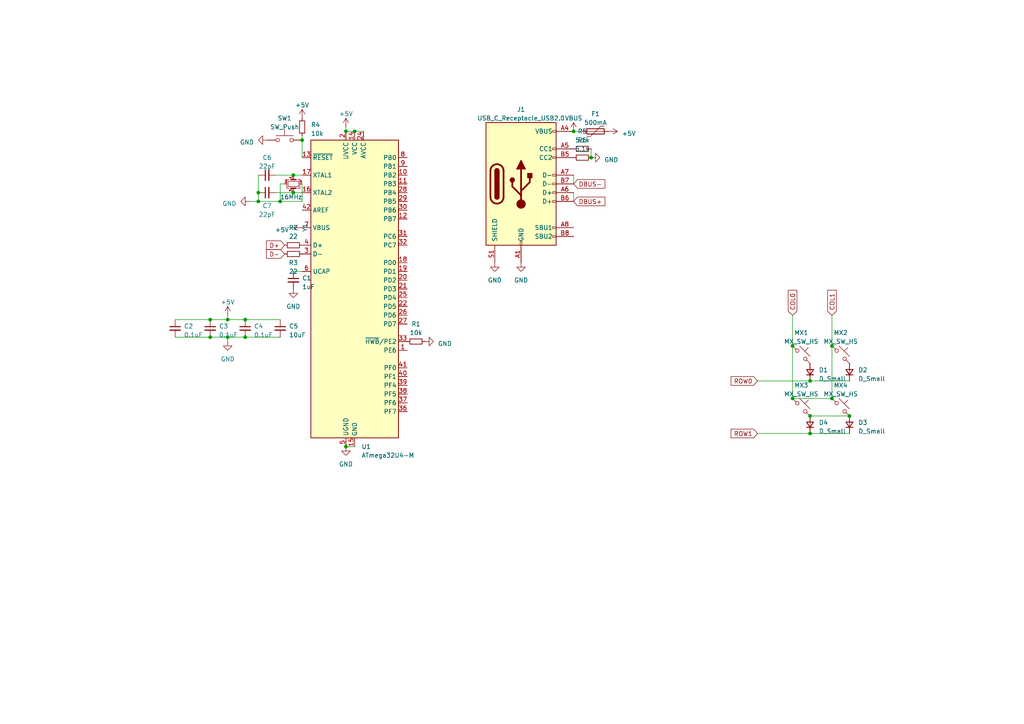
<source format=kicad_sch>
(kicad_sch (version 20230121) (generator eeschema)
  (paper "A4")
  (lib_symbols
    (symbol "Connector:USB_C_Receptacle_USB2.0" (pin_names (offset 1.016))
      (property "Reference" "J" (at -10.16 19.05 0))
      (property "Value" "USB_C_Receptacle_USB2.0" (at 19.05 19.05 0))
      (symbol "USB_C_Receptacle_USB2.0_0_0"
        (rectangle (start -0.254 -17.78) (end 0.254 -16.764))
        (rectangle (start 10.16 -14.986) (end 9.144 -15.494))
        (rectangle (start 10.16 -12.446) (end 9.144 -12.954))
        (rectangle (start 10.16 -4.826) (end 9.144 -5.334))
        (rectangle (start 10.16 -2.286) (end 9.144 -2.794))
        (rectangle (start 10.16 0.254) (end 9.144 -0.254))
        (rectangle (start 10.16 2.794) (end 9.144 2.286))
        (rectangle (start 10.16 7.874) (end 9.144 7.366))
        (rectangle (start 10.16 10.414) (end 9.144 9.906))
        (rectangle (start 10.16 15.494) (end 9.144 14.986))
      )
      (symbol "USB_C_Receptacle_USB2.0_0_1"
        (rectangle (start -10.16 17.78) (end 10.16 -17.78) (stroke (width 0.254)) (fill (type background)))
        (arc (start -8.89 -3.81) (mid -6.985 -5.7067) (end -5.08 -3.81) (stroke (width 0.508)))
        (arc (start -7.62 -3.81) (mid -6.985 -4.4423) (end -6.35 -3.81) (stroke (width 0.254)))
        (arc (start -7.62 -3.81) (mid -6.985 -4.4423) (end -6.35 -3.81) (stroke (width 0.254)) (fill (type outline)))
        (rectangle (start -7.62 -3.81) (end -6.35 3.81) (stroke (width 0.254)) (fill (type outline)))
        (arc (start -6.35 3.81) (mid -6.985 4.4423) (end -7.62 3.81) (stroke (width 0.254)))
        (arc (start -6.35 3.81) (mid -6.985 4.4423) (end -7.62 3.81) (stroke (width 0.254)) (fill (type outline)))
        (arc (start -5.08 3.81) (mid -6.985 5.7067) (end -8.89 3.81) (stroke (width 0.508)))
        (circle (center -2.54 1.143) (radius 0.635) (stroke (width 0.254)) (fill (type outline)))
        (circle (center 0 -5.842) (radius 1.27) (fill (type outline)))
        (polyline (pts (xy -8.89 -3.81) (xy -8.89 3.81)) (stroke (width 0.508)))
        (polyline (pts (xy -5.08 3.81) (xy -5.08 -3.81)) (stroke (width 0.508)))
        (polyline (pts (xy 0 -5.842) (xy 0 4.318)) (stroke (width 0.508)))
        (polyline (pts (xy 0 -3.302) (xy -2.54 -0.762) (xy -2.54 0.508)) (stroke (width 0.508)))
        (polyline (pts (xy 0 -2.032) (xy 2.54 0.508) (xy 2.54 1.778)) (stroke (width 0.508)))
        (polyline (pts (xy -1.27 4.318) (xy 0 6.858) (xy 1.27 4.318) (xy -1.27 4.318)) (stroke (width 0.254)) (fill (type outline)))
        (rectangle (start 1.905 1.778) (end 3.175 3.048) (stroke (width 0.254)) (fill (type outline)))
      )
      (symbol "USB_C_Receptacle_USB2.0_1_1"
        (pin passive line (at 0 -22.86 90) (length 5.08) (name "GND") (number "A1"))
        (pin passive line (at 0 -22.86 90) (length 5.08) hide (name "GND") (number "A12"))
        (pin passive line (at 15.24 15.24 180) (length 5.08) (name "VBUS") (number "A4"))
        (pin bidirectional line (at 15.24 10.16 180) (length 5.08) (name "CC1") (number "A5"))
        (pin bidirectional line (at 15.24 -2.54 180) (length 5.08) (name "D+") (number "A6"))
        (pin bidirectional line (at 15.24 2.54 180) (length 5.08) (name "D-") (number "A7"))
        (pin bidirectional line (at 15.24 -12.7 180) (length 5.08) (name "SBU1") (number "A8"))
        (pin passive line (at 15.24 15.24 180) (length 5.08) hide (name "VBUS") (number "A9"))
        (pin passive line (at 0 -22.86 90) (length 5.08) hide (name "GND") (number "B1"))
        (pin passive line (at 0 -22.86 90) (length 5.08) hide (name "GND") (number "B12"))
        (pin passive line (at 15.24 15.24 180) (length 5.08) hide (name "VBUS") (number "B4"))
        (pin bidirectional line (at 15.24 7.62 180) (length 5.08) (name "CC2") (number "B5"))
        (pin bidirectional line (at 15.24 -5.08 180) (length 5.08) (name "D+") (number "B6"))
        (pin bidirectional line (at 15.24 0 180) (length 5.08) (name "D-") (number "B7"))
        (pin bidirectional line (at 15.24 -15.24 180) (length 5.08) (name "SBU2") (number "B8"))
        (pin passive line (at 15.24 15.24 180) (length 5.08) hide (name "VBUS") (number "B9"))
        (pin passive line (at -7.62 -22.86 90) (length 5.08) (name "SHIELD") (number "S1"))
      )
    )
    (symbol "Device:C_Small" (pin_numbers hide) (pin_names (offset 0.254) hide)
      (property "Reference" "C" (at 0.254 1.778 0))
      (property "Value" "C_Small" (at 0.254 -2.032 0))
      (symbol "C_Small_0_1"
        (polyline (pts (xy -1.524 -0.508) (xy 1.524 -0.508)) (stroke (width 0.3302)))
        (polyline (pts (xy -1.524 0.508) (xy 1.524 0.508)) (stroke (width 0.3048)))
      )
      (symbol "C_Small_1_1"
        (pin passive line (at 0 2.54 270) (length 2.032) (name "~") (number "1"))
        (pin passive line (at 0 -2.54 90) (length 2.032) (name "~") (number "2"))
      )
    )
    (symbol "Device:Crystal_GND24_Small" (pin_names (offset 1.016) hide)
      (property "Reference" "Y" (at 1.27 4.445 0))
      (property "Value" "Crystal_GND24_Small" (at 1.27 2.54 0))
      (symbol "Crystal_GND24_Small_0_1"
        (rectangle (start -0.762 -1.524) (end 0.762 1.524))
        (polyline (pts (xy -1.27 -0.762) (xy -1.27 0.762)) (stroke (width 0.381)))
        (polyline (pts (xy 1.27 -0.762) (xy 1.27 0.762)) (stroke (width 0.381)))
        (polyline (pts (xy -1.27 -1.27) (xy -1.27 -1.905) (xy 1.27 -1.905) (xy 1.27 -1.27)))
        (polyline (pts (xy -1.27 1.27) (xy -1.27 1.905) (xy 1.27 1.905) (xy 1.27 1.27)))
      )
      (symbol "Crystal_GND24_Small_1_1"
        (pin passive line (at -2.54 0 0) (length 1.27) (name "1") (number "1"))
        (pin passive line (at 0 -2.54 90) (length 0.635) (name "2") (number "2"))
        (pin passive line (at 2.54 0 180) (length 1.27) (name "3") (number "3"))
        (pin passive line (at 0 2.54 270) (length 0.635) (name "4") (number "4"))
      )
    )
    (symbol "Device:D_Small" (pin_numbers hide) (pin_names (offset 0.254) hide)
      (property "Reference" "D" (at -1.27 2.032 0))
      (property "Value" "D_Small" (at -3.81 -2.032 0))
      (symbol "D_Small_0_1"
        (polyline (pts (xy -0.762 -1.016) (xy -0.762 1.016)) (stroke (width 0.254)))
        (polyline (pts (xy -0.762 0) (xy 0.762 0)))
        (polyline (pts (xy 0.762 -1.016) (xy -0.762 0) (xy 0.762 1.016) (xy 0.762 -1.016)) (stroke (width 0.254)))
      )
      (symbol "D_Small_1_1"
        (pin passive line (at -2.54 0 0) (length 1.778) (name "K") (number "1"))
        (pin passive line (at 2.54 0 180) (length 1.778) (name "A") (number "2"))
      )
    )
    (symbol "Device:Polyfuse" (pin_numbers hide) (pin_names (offset 0))
      (property "Reference" "F" (at -2.54 0 90))
      (property "Value" "Polyfuse" (at 2.54 0 90))
      (symbol "Polyfuse_0_1"
        (rectangle (start -0.762 2.54) (end 0.762 -2.54) (stroke (width 0.254)))
        (polyline (pts (xy 0 2.54) (xy 0 -2.54)))
        (polyline (pts (xy -1.524 2.54) (xy -1.524 1.524) (xy 1.524 -1.524) (xy 1.524 -2.54)))
      )
      (symbol "Polyfuse_1_1"
        (pin passive line (at 0 3.81 270) (length 1.27) (name "~") (number "1"))
        (pin passive line (at 0 -3.81 90) (length 1.27) (name "~") (number "2"))
      )
    )
    (symbol "Device:R_Small" (pin_numbers hide) (pin_names (offset 0.254) hide)
      (property "Reference" "R" (at 0.762 0.508 0))
      (property "Value" "R_Small" (at 0.762 -1.016 0))
      (symbol "R_Small_0_1"
        (rectangle (start -0.762 1.778) (end 0.762 -1.778) (stroke (width 0.2032)))
      )
      (symbol "R_Small_1_1"
        (pin passive line (at 0 2.54 270) (length 0.762) (name "~") (number "1"))
        (pin passive line (at 0 -2.54 90) (length 0.762) (name "~") (number "2"))
      )
    )
    (symbol "MCU_Microchip_ATmega:ATmega32U4-M"
      (property "Reference" "U" (at -12.7 44.45 0))
      (property "Value" "ATmega32U4-M" (at 2.54 -44.45 0))
      (symbol "ATmega32U4-M_0_1"
        (rectangle (start -12.7 -43.18) (end 12.7 43.18) (stroke (width 0.254)) (fill (type background)))
      )
      (symbol "ATmega32U4-M_1_1"
        (pin bidirectional line (at 15.24 -17.78 180) (length 2.54) (name "PE6") (number "1"))
        (pin bidirectional line (at 15.24 33.02 180) (length 2.54) (name "PB2") (number "10"))
        (pin bidirectional line (at 15.24 30.48 180) (length 2.54) (name "PB3") (number "11"))
        (pin bidirectional line (at 15.24 20.32 180) (length 2.54) (name "PB7") (number "12"))
        (pin input line (at -15.24 38.1 0) (length 2.54) (name "~{RESET}") (number "13"))
        (pin power_in line (at 0 45.72 270) (length 2.54) (name "VCC") (number "14"))
        (pin power_in line (at 0 -45.72 90) (length 2.54) (name "GND") (number "15"))
        (pin output line (at -15.24 27.94 0) (length 2.54) (name "XTAL2") (number "16"))
        (pin input line (at -15.24 33.02 0) (length 2.54) (name "XTAL1") (number "17"))
        (pin bidirectional line (at 15.24 7.62 180) (length 2.54) (name "PD0") (number "18"))
        (pin bidirectional line (at 15.24 5.08 180) (length 2.54) (name "PD1") (number "19"))
        (pin power_in line (at -2.54 45.72 270) (length 2.54) (name "UVCC") (number "2"))
        (pin bidirectional line (at 15.24 2.54 180) (length 2.54) (name "PD2") (number "20"))
        (pin bidirectional line (at 15.24 0 180) (length 2.54) (name "PD3") (number "21"))
        (pin bidirectional line (at 15.24 -5.08 180) (length 2.54) (name "PD5") (number "22"))
        (pin passive line (at 0 -45.72 90) (length 2.54) hide (name "GND") (number "23"))
        (pin power_in line (at 2.54 45.72 270) (length 2.54) (name "AVCC") (number "24"))
        (pin bidirectional line (at 15.24 -2.54 180) (length 2.54) (name "PD4") (number "25"))
        (pin bidirectional line (at 15.24 -7.62 180) (length 2.54) (name "PD6") (number "26"))
        (pin bidirectional line (at 15.24 -10.16 180) (length 2.54) (name "PD7") (number "27"))
        (pin bidirectional line (at 15.24 27.94 180) (length 2.54) (name "PB4") (number "28"))
        (pin bidirectional line (at 15.24 25.4 180) (length 2.54) (name "PB5") (number "29"))
        (pin bidirectional line (at -15.24 10.16 0) (length 2.54) (name "D-") (number "3"))
        (pin bidirectional line (at 15.24 22.86 180) (length 2.54) (name "PB6") (number "30"))
        (pin bidirectional line (at 15.24 15.24 180) (length 2.54) (name "PC6") (number "31"))
        (pin bidirectional line (at 15.24 12.7 180) (length 2.54) (name "PC7") (number "32"))
        (pin bidirectional line (at 15.24 -15.24 180) (length 2.54) (name "~{HWB}/PE2") (number "33"))
        (pin passive line (at 0 45.72 270) (length 2.54) hide (name "VCC") (number "34"))
        (pin passive line (at 0 -45.72 90) (length 2.54) hide (name "GND") (number "35"))
        (pin bidirectional line (at 15.24 -35.56 180) (length 2.54) (name "PF7") (number "36"))
        (pin bidirectional line (at 15.24 -33.02 180) (length 2.54) (name "PF6") (number "37"))
        (pin bidirectional line (at 15.24 -30.48 180) (length 2.54) (name "PF5") (number "38"))
        (pin bidirectional line (at 15.24 -27.94 180) (length 2.54) (name "PF4") (number "39"))
        (pin bidirectional line (at -15.24 12.7 0) (length 2.54) (name "D+") (number "4"))
        (pin bidirectional line (at 15.24 -25.4 180) (length 2.54) (name "PF1") (number "40"))
        (pin bidirectional line (at 15.24 -22.86 180) (length 2.54) (name "PF0") (number "41"))
        (pin passive line (at -15.24 22.86 0) (length 2.54) (name "AREF") (number "42"))
        (pin passive line (at 0 -45.72 90) (length 2.54) hide (name "GND") (number "43"))
        (pin passive line (at 2.54 45.72 270) (length 2.54) hide (name "AVCC") (number "44"))
        (pin passive line (at 0 -45.72 90) (length 2.54) hide (name "GND") (number "45"))
        (pin passive line (at -2.54 -45.72 90) (length 2.54) (name "UGND") (number "5"))
        (pin passive line (at -15.24 5.08 0) (length 2.54) (name "UCAP") (number "6"))
        (pin input line (at -15.24 17.78 0) (length 2.54) (name "VBUS") (number "7"))
        (pin bidirectional line (at 15.24 38.1 180) (length 2.54) (name "PB0") (number "8"))
        (pin bidirectional line (at 15.24 35.56 180) (length 2.54) (name "PB1") (number "9"))
      )
    )
    (symbol "PCM_marbastlib-mx:MX_SW_HS" (pin_numbers hide) (pin_names (offset 1.016) hide)
      (property "Reference" "MX" (at 3.048 1.016 0))
      (property "Value" "MX_SW_HS" (at 0 -3.81 0))
      (symbol "MX_SW_HS_0_1"
        (circle (center -1.1684 1.1684) (radius 0.508))
        (polyline (pts (xy -0.508 2.54) (xy 2.54 -0.508)))
        (polyline (pts (xy 1.016 1.016) (xy 2.032 2.032)))
        (polyline (pts (xy -2.54 2.54) (xy -1.524 1.524) (xy -1.524 1.524)))
        (polyline (pts (xy 1.524 -1.524) (xy 2.54 -2.54) (xy 2.54 -2.54) (xy 2.54 -2.54)))
        (circle (center 1.143 -1.1938) (radius 0.508))
        (pin passive line (at -2.54 2.54 0) (length 0) (name "1") (number "1"))
        (pin passive line (at 2.54 -2.54 180) (length 0) (name "2") (number "2"))
      )
    )
    (symbol "Switch:SW_Push" (pin_numbers hide) (pin_names (offset 1.016) hide)
      (property "Reference" "SW" (at 1.27 2.54 0))
      (property "Value" "SW_Push" (at 0 -1.524 0))
      (symbol "SW_Push_0_1"
        (circle (center -2.032 0) (radius 0.508))
        (polyline (pts (xy 0 1.27) (xy 0 3.048)))
        (polyline (pts (xy 2.54 1.27) (xy -2.54 1.27)))
        (circle (center 2.032 0) (radius 0.508))
        (pin passive line (at -5.08 0 0) (length 2.54) (name "1") (number "1"))
        (pin passive line (at 5.08 0 180) (length 2.54) (name "2") (number "2"))
      )
    )
    (symbol "power:+5V" (power) (pin_names (offset 0))
      (property "Value" "+5V" (at 0 3.556 0))
      (symbol "+5V_0_1"
        (polyline (pts (xy -0.762 1.27) (xy 0 2.54)))
        (polyline (pts (xy 0 0) (xy 0 2.54)))
        (polyline (pts (xy 0 2.54) (xy 0.762 1.27)))
      )
      (symbol "+5V_1_1"
        (pin power_in line (at 0 0 90) (length 0) hide (name "+5V") (number "1"))
      )
    )
    (symbol "power:GND" (power) (pin_names (offset 0))
      (property "Value" "GND" (at 0 -3.81 0))
      (symbol "GND_0_1"
        (polyline (pts (xy 0 0) (xy 0 -1.27) (xy 1.27 -1.27) (xy 0 -2.54) (xy -1.27 -1.27) (xy 0 -1.27)))
      )
      (symbol "GND_1_1"
        (pin power_in line (at 0 0 270) (length 0) hide (name "GND") (number "1"))
      )
    )
    (symbol "power:VBUS" (power) (pin_names (offset 0))
      (property "Value" "VBUS" (at 0 3.81 0))
      (symbol "VBUS_0_1"
        (polyline (pts (xy -0.762 1.27) (xy 0 2.54)))
        (polyline (pts (xy 0 0) (xy 0 2.54)))
        (polyline (pts (xy 0 2.54) (xy 0.762 1.27)))
      )
      (symbol "VBUS_1_1"
        (pin power_in line (at 0 0 90) (length 0) hide (name "VBUS") (number "1"))
      )
    )
  )
  (junction (at 229.87 115.57))
  (junction (at 100.33 129.54))
  (junction (at 66.04 92.71))
  (junction (at 60.96 97.79))
  (junction (at 60.96 92.71))
  (junction (at 85.09 50.8))
  (junction (at 229.87 100.33))
  (junction (at 171.45 45.72))
  (junction (at 246.38 120.65))
  (junction (at 102.87 38.1))
  (junction (at 234.95 110.49))
  (junction (at 85.09 55.88))
  (junction (at 234.95 125.73))
  (junction (at 234.95 120.65))
  (junction (at 66.04 97.79))
  (junction (at 74.93 55.88))
  (junction (at 166.37 38.1))
  (junction (at 100.33 38.1))
  (junction (at 71.12 92.71))
  (junction (at 241.3 100.33))
  (junction (at 71.12 97.79))
  (junction (at 241.3 115.57))
  (junction (at 87.63 40.64))
  (junction (at 81.28 58.42))
  (junction (at 74.93 58.42))
  (wire (pts (xy 100.33 129.54) (xy 102.87 129.54)))
  (wire (pts (xy 71.12 92.71) (xy 81.28 92.71)))
  (wire (pts (xy 241.3 115.57) (xy 241.3 100.33)))
  (wire (pts (xy 229.87 91.44) (xy 229.87 100.33)))
  (wire (pts (xy 66.04 97.79) (xy 66.04 99.06)))
  (wire (pts (xy 85.09 78.74) (xy 87.63 78.74)))
  (wire (pts (xy 87.63 39.37) (xy 87.63 40.64)))
  (wire (pts (xy 74.93 58.42) (xy 72.39 58.42)))
  (wire (pts (xy 166.37 58.42) (xy 166.37 55.88)))
  (wire (pts (xy 87.63 53.34) (xy 87.63 58.42)))
  (wire (pts (xy 234.95 125.73) (xy 219.71 125.73)))
  (wire (pts (xy 87.63 58.42) (xy 81.28 58.42)))
  (wire (pts (xy 234.95 125.73) (xy 246.38 125.73)))
  (wire (pts (xy 234.95 110.49) (xy 246.38 110.49)))
  (wire (pts (xy 85.09 55.88) (xy 87.63 55.88)))
  (wire (pts (xy 81.28 53.34) (xy 82.55 53.34)))
  (wire (pts (xy 66.04 92.71) (xy 71.12 92.71)))
  (wire (pts (xy 87.63 40.64) (xy 87.63 45.72)))
  (wire (pts (xy 166.37 38.1) (xy 168.91 38.1)))
  (wire (pts (xy 60.96 97.79) (xy 66.04 97.79)))
  (wire (pts (xy 241.3 91.44) (xy 241.3 100.33)))
  (wire (pts (xy 246.38 120.65) (xy 234.95 120.65)))
  (wire (pts (xy 229.87 100.33) (xy 229.87 115.57)))
  (wire (pts (xy 85.09 50.8) (xy 87.63 50.8)))
  (wire (pts (xy 66.04 91.44) (xy 66.04 92.71)))
  (wire (pts (xy 50.8 92.71) (xy 60.96 92.71)))
  (wire (pts (xy 100.33 38.1) (xy 102.87 38.1)))
  (wire (pts (xy 74.93 55.88) (xy 74.93 58.42)))
  (wire (pts (xy 171.45 43.18) (xy 171.45 45.72)))
  (wire (pts (xy 102.87 38.1) (xy 105.41 38.1)))
  (wire (pts (xy 74.93 50.8) (xy 74.93 55.88)))
  (wire (pts (xy 80.01 55.88) (xy 85.09 55.88)))
  (wire (pts (xy 166.37 53.34) (xy 166.37 50.8)))
  (wire (pts (xy 71.12 97.79) (xy 81.28 97.79)))
  (wire (pts (xy 66.04 97.79) (xy 71.12 97.79)))
  (wire (pts (xy 219.71 110.49) (xy 234.95 110.49)))
  (wire (pts (xy 81.28 58.42) (xy 81.28 53.34)))
  (wire (pts (xy 229.87 115.57) (xy 241.3 115.57)))
  (wire (pts (xy 60.96 92.71) (xy 66.04 92.71)))
  (wire (pts (xy 100.33 36.83) (xy 100.33 38.1)))
  (wire (pts (xy 74.93 58.42) (xy 81.28 58.42)))
  (wire (pts (xy 80.01 50.8) (xy 85.09 50.8)))
  (wire (pts (xy 50.8 97.79) (xy 60.96 97.79)))
  (global_label "DBUS+" (shape input) (at 166.37 58.42 0) (property "Intersheetrefs" "${INTERSHEET_REFS}" (effects hide)))
  (global_label "COL1" (shape input) (at 241.3 91.44 90) (property "Intersheetrefs" "${INTERSHEET_REFS}" (effects hide)))
  (global_label "D-" (shape input) (at 82.55 73.66 180) (property "Intersheetrefs" "${INTERSHEET_REFS}" (effects hide)))
  (global_label "D+" (shape input) (at 82.55 71.12 180) (property "Intersheetrefs" "${INTERSHEET_REFS}" (effects hide)))
  (global_label "COL0" (shape input) (at 229.87 91.44 90) (property "Intersheetrefs" "${INTERSHEET_REFS}" (effects hide)))
  (global_label "DBUS-" (shape input) (at 166.37 53.34 0) (property "Intersheetrefs" "${INTERSHEET_REFS}" (effects hide)))
  (global_label "ROW1" (shape input) (at 219.71 125.73 180) (property "Intersheetrefs" "${INTERSHEET_REFS}" (effects hide)))
  (global_label "ROW0" (shape input) (at 219.71 110.49 180) (property "Intersheetrefs" "${INTERSHEET_REFS}" (effects hide)))
  (symbol (lib_id "Device:R_Small") (at 168.91 43.18 90) (unit 1)
    (property "Reference" "R5" (at 168.91 38.1 90))
    (property "Value" "5.1k" (at 168.91 40.64 90))
    (property "Footprint" "Resistor_SMD:R_0805_2012Metric" (effects hide))
  )
  (symbol (lib_id "Device:C_Small") (at 85.09 81.28 0) (unit 1)
    (property "Reference" "C1" (at 87.63 80.6513 0) (effects (justify left)))
    (property "Value" "1uF" (at 87.63 83.1913 0) (effects (justify left)))
    (property "Footprint" "Capacitor_SMD:C_0805_2012Metric" (effects hide))
  )
  (symbol (lib_id "power:GND") (at 77.47 40.64 270) (unit 1)
    (property "Reference" "#PWR09" (effects hide))
    (property "Value" "GND" (at 73.66 41.275 90) (effects (justify right)))
  )
  (symbol (lib_id "power:+5V") (at 87.63 34.29 0) (unit 1)
    (property "Reference" "#PWR010" (effects hide))
    (property "Value" "+5V" (at 87.63 30.48 0))
  )
  (symbol (lib_id "Device:D_Small") (at 234.95 123.19 90) (unit 1)
    (property "Reference" "D4" (at 237.49 122.555 90) (effects (justify right)))
    (property "Value" "D_Small" (at 237.49 125.095 90) (effects (justify right)))
    (property "Footprint" "Diode_SMD:D_SOD-123" (effects hide))
    (property "Sim.Device" "D" (effects hide))
    (property "Sim.Pins" "1=K 2=A" (effects hide))
  )
  (symbol (lib_id "Device:C_Small") (at 81.28 95.25 0) (unit 1)
    (property "Reference" "C5" (at 83.82 94.6213 0) (effects (justify left)))
    (property "Value" "10uF" (at 83.82 97.1613 0) (effects (justify left)))
    (property "Footprint" "Capacitor_SMD:C_0805_2012Metric" (effects hide))
  )
  (symbol (lib_id "Device:D_Small") (at 246.38 107.95 90) (unit 1)
    (property "Reference" "D2" (at 248.92 107.315 90) (effects (justify right)))
    (property "Value" "D_Small" (at 248.92 109.855 90) (effects (justify right)))
    (property "Footprint" "Diode_SMD:D_SOD-123" (effects hide))
    (property "Sim.Device" "D" (effects hide))
    (property "Sim.Pins" "1=K 2=A" (effects hide))
  )
  (symbol (lib_id "power:GND") (at 123.19 99.06 90) (unit 1)
    (property "Reference" "#PWR03" (effects hide))
    (property "Value" "GND" (at 127 99.695 90) (effects (justify right)))
  )
  (symbol (lib_id "power:+5V") (at 176.53 38.1 270) (unit 1)
    (property "Reference" "#PWR012" (effects hide))
    (property "Value" "+5V" (at 180.34 38.735 90) (effects (justify left)))
  )
  (symbol (lib_id "Switch:SW_Push") (at 82.55 40.64 0) (unit 1)
    (property "Reference" "SW1" (at 82.55 34.29 0))
    (property "Value" "SW_Push" (at 82.55 36.83 0))
    (property "Footprint" "random-keyboard-parts:SKQG-1155865" (effects hide))
  )
  (symbol (lib_id "Device:Crystal_GND24_Small") (at 85.09 53.34 270) (unit 1)
    (property "Reference" "Y1" (at 88.5189 66.04 0))
    (property "Value" "16MHz" (at 84.455 57.15 90))
    (property "Footprint" "Crystal:Crystal_SMD_3225-4Pin_3.2x2.5mm" (effects hide))
  )
  (symbol (lib_id "Device:D_Small") (at 246.38 123.19 90) (unit 1)
    (property "Reference" "D3" (at 248.92 122.555 90) (effects (justify right)))
    (property "Value" "D_Small" (at 248.92 125.095 90) (effects (justify right)))
    (property "Footprint" "Diode_SMD:D_SOD-123" (effects hide))
    (property "Sim.Device" "D" (effects hide))
    (property "Sim.Pins" "1=K 2=A" (effects hide))
  )
  (symbol (lib_id "power:GND") (at 143.51 76.2 0) (unit 1)
    (property "Reference" "#PWR015" (effects hide))
    (property "Value" "GND" (at 143.51 81.28 0))
  )
  (symbol (lib_id "Device:R_Small") (at 85.09 71.12 90) (unit 1)
    (property "Reference" "R2" (at 85.09 66.04 90))
    (property "Value" "22" (at 85.09 68.58 90))
    (property "Footprint" "Resistor_SMD:R_0805_2012Metric" (effects hide))
  )
  (symbol (lib_id "MCU_Microchip_ATmega:ATmega32U4-M") (at 102.87 83.82 0) (unit 1)
    (property "Reference" "U1" (at 104.8259 129.54 0) (effects (justify left)))
    (property "Value" "ATmega32U4-M" (at 104.8259 132.08 0) (effects (justify left)))
    (property "Footprint" "Package_DFN_QFN:QFN-44-1EP_7x7mm_P0.5mm_EP5.2x5.2mm" (effects hide))
    (property "Datasheet" "http://ww1.microchip.com/downloads/en/DeviceDoc/Atmel-7766-8-bit-AVR-ATmega16U4-32U4_Datasheet.pdf" (effects hide))
  )
  (symbol (lib_id "power:GND") (at 100.33 129.54 0) (unit 1)
    (property "Reference" "#PWR02" (effects hide))
    (property "Value" "GND" (at 100.33 134.62 0))
  )
  (symbol (lib_id "Connector:USB_C_Receptacle_USB2.0") (at 151.13 53.34 0) (unit 1)
    (property "Reference" "J1" (at 151.13 31.75 0))
    (property "Value" "USB_C_Receptacle_USB2.0" (at 151.13 34.29 0))
    (property "Footprint" "Connector_USB:USB_C_Receptacle_G-Switch_GT-USB-7010ASV" (effects hide))
    (property "Datasheet" "https://www.usb.org/sites/default/files/documents/usb_type-c.zip" (effects hide))
  )
  (symbol (lib_id "Device:R_Small") (at 120.65 99.06 270) (unit 1)
    (property "Reference" "R1" (at 120.65 93.98 90))
    (property "Value" "10k" (at 120.65 96.52 90))
    (property "Footprint" "Resistor_SMD:R_0805_2012Metric" (effects hide))
  )
  (symbol (lib_id "PCM_marbastlib-mx:MX_SW_HS") (at 243.84 118.11 0) (unit 1)
    (property "Reference" "MX4" (at 243.84 111.76 0))
    (property "Value" "MX_SW_HS" (at 243.84 114.3 0))
    (property "Footprint" "PCM_marbastlib-mx:SW_MX_HS_1u" (effects hide))
  )
  (symbol (lib_id "power:VBUS") (at 166.37 38.1 0) (unit 1)
    (property "Reference" "#PWR016" (effects hide))
    (property "Value" "VBUS" (at 166.37 34.29 0))
  )
  (symbol (lib_id "PCM_marbastlib-mx:MX_SW_HS") (at 232.41 102.87 0) (unit 1)
    (property "Reference" "MX1" (at 232.41 96.52 0))
    (property "Value" "MX_SW_HS" (at 232.41 99.06 0))
    (property "Footprint" "PCM_marbastlib-mx:SW_MX_HS_1u" (effects hide))
  )
  (symbol (lib_id "power:+5V") (at 87.63 66.04 90) (unit 1)
    (property "Reference" "#PWR07" (effects hide))
    (property "Value" "+5V" (at 83.82 66.675 90) (effects (justify left)))
  )
  (symbol (lib_id "power:GND") (at 85.09 83.82 0) (unit 1)
    (property "Reference" "#PWR04" (effects hide))
    (property "Value" "GND" (at 85.09 88.9 0))
  )
  (symbol (lib_id "Device:C_Small") (at 71.12 95.25 0) (unit 1)
    (property "Reference" "C4" (at 73.66 94.6213 0) (effects (justify left)))
    (property "Value" "0.1uF" (at 73.66 97.1613 0) (effects (justify left)))
    (property "Footprint" "Capacitor_SMD:C_0805_2012Metric" (effects hide))
  )
  (symbol (lib_id "power:GND") (at 171.45 45.72 90) (unit 1)
    (property "Reference" "#PWR014" (effects hide))
    (property "Value" "GND" (at 175.26 46.355 90) (effects (justify right)))
  )
  (symbol (lib_id "Device:R_Small") (at 168.91 45.72 90) (unit 1)
    (property "Reference" "R6" (at 168.91 40.64 90))
    (property "Value" "5.1k" (at 168.91 43.18 90))
    (property "Footprint" "Resistor_SMD:R_0805_2012Metric" (effects hide))
  )
  (symbol (lib_id "Device:C_Small") (at 77.47 55.88 90) (unit 1)
    (property "Reference" "C7" (at 77.47 59.69 90))
    (property "Value" "22pF" (at 77.47 62.23 90))
    (property "Footprint" "Capacitor_SMD:C_0805_2012Metric" (effects hide))
  )
  (symbol (lib_id "PCM_marbastlib-mx:MX_SW_HS") (at 243.84 102.87 0) (unit 1)
    (property "Reference" "MX2" (at 243.84 96.52 0))
    (property "Value" "MX_SW_HS" (at 243.84 99.06 0))
    (property "Footprint" "PCM_marbastlib-mx:SW_MX_HS_1u" (effects hide))
  )
  (symbol (lib_id "Device:C_Small") (at 50.8 95.25 0) (unit 1)
    (property "Reference" "C2" (at 53.34 94.6213 0) (effects (justify left)))
    (property "Value" "0.1uF" (at 53.34 97.1613 0) (effects (justify left)))
    (property "Footprint" "Capacitor_SMD:C_0805_2012Metric" (effects hide))
  )
  (symbol (lib_id "Device:D_Small") (at 234.95 107.95 90) (unit 1)
    (property "Reference" "D1" (at 237.49 107.315 90) (effects (justify right)))
    (property "Value" "D_Small" (at 237.49 109.855 90) (effects (justify right)))
    (property "Footprint" "Diode_SMD:D_SOD-123" (effects hide))
    (property "Sim.Device" "D" (effects hide))
    (property "Sim.Pins" "1=K 2=A" (effects hide))
  )
  (symbol (lib_id "PCM_marbastlib-mx:MX_SW_HS") (at 232.41 118.11 0) (unit 1)
    (property "Reference" "MX3" (at 232.41 111.76 0))
    (property "Value" "MX_SW_HS" (at 232.41 114.3 0))
    (property "Footprint" "PCM_marbastlib-mx:SW_MX_HS_1u" (effects hide))
  )
  (symbol (lib_id "power:GND") (at 72.39 58.42 270) (unit 1)
    (property "Reference" "#PWR08" (effects hide))
    (property "Value" "GND" (at 68.58 59.055 90) (effects (justify right)))
  )
  (symbol (lib_id "Device:C_Small") (at 77.47 50.8 90) (unit 1)
    (property "Reference" "C6" (at 77.4763 45.72 90))
    (property "Value" "22pF" (at 77.4763 48.26 90))
    (property "Footprint" "Capacitor_SMD:C_0805_2012Metric" (effects hide))
  )
  (symbol (lib_id "power:GND") (at 151.13 76.2 0) (unit 1)
    (property "Reference" "#PWR013" (effects hide))
    (property "Value" "GND" (at 151.13 81.28 0))
  )
  (symbol (lib_id "power:+5V") (at 100.33 36.83 0) (unit 1)
    (property "Reference" "#PWR01" (effects hide))
    (property "Value" "+5V" (at 100.33 33.02 0))
  )
  (symbol (lib_id "power:GND") (at 66.04 99.06 0) (unit 1)
    (property "Reference" "#PWR06" (effects hide))
    (property "Value" "GND" (at 66.04 104.14 0))
  )
  (symbol (lib_id "power:+5V") (at 66.04 91.44 0) (unit 1)
    (property "Reference" "#PWR05" (effects hide))
    (property "Value" "+5V" (at 66.04 87.63 0))
  )
  (symbol (lib_id "Device:R_Small") (at 87.63 36.83 0) (unit 1)
    (property "Reference" "R4" (at 90.17 36.195 0) (effects (justify left)))
    (property "Value" "10k" (at 90.17 38.735 0) (effects (justify left)))
    (property "Footprint" "Resistor_SMD:R_0805_2012Metric" (effects hide))
  )
  (symbol (lib_id "Device:Polyfuse") (at 172.72 38.1 90) (unit 1)
    (property "Reference" "F1" (at 172.72 33.02 90))
    (property "Value" "500mA" (at 172.72 35.56 90))
    (property "Footprint" "Fuse:Fuse_1206_3216Metric" (effects hide))
  )
  (symbol (lib_id "Device:C_Small") (at 60.96 95.25 0) (unit 1)
    (property "Reference" "C3" (at 63.5 94.6213 0) (effects (justify left)))
    (property "Value" "0.1uF" (at 63.5 97.1613 0) (effects (justify left)))
    (property "Footprint" "Capacitor_SMD:C_0805_2012Metric" (effects hide))
  )
  (symbol (lib_id "Device:R_Small") (at 85.09 73.66 90) (unit 1)
    (property "Reference" "R3" (at 85.09 76.2 90))
    (property "Value" "22" (at 85.09 78.74 90))
    (property "Footprint" "Resistor_SMD:R_0805_2012Metric" (effects hide))
  )
)
</source>
